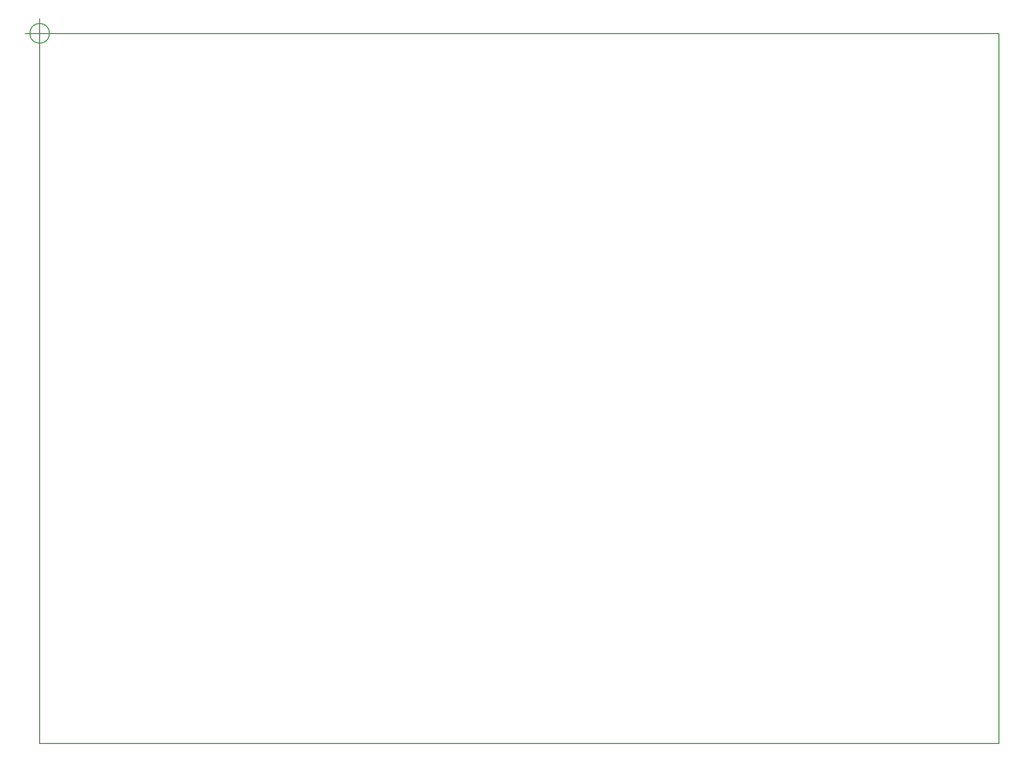
<source format=gbr>
G04 #@! TF.FileFunction,Profile,NP*
%FSLAX46Y46*%
G04 Gerber Fmt 4.6, Leading zero omitted, Abs format (unit mm)*
G04 Created by KiCad (PCBNEW 4.0.7) date 10/03/17 11:40:22*
%MOMM*%
%LPD*%
G01*
G04 APERTURE LIST*
%ADD10C,0.150000*%
G04 APERTURE END LIST*
D10*
X1666666Y0D02*
G75*
G03X1666666Y0I-1666666J0D01*
G01*
X-2500000Y0D02*
X2500000Y0D01*
X0Y2500000D02*
X0Y-2500000D01*
X1666666Y0D02*
G75*
G03X1666666Y0I-1666666J0D01*
G01*
X-2500000Y0D02*
X2500000Y0D01*
X0Y2500000D02*
X0Y-2500000D01*
X0Y0D02*
X162000000Y0D01*
X162000000Y0D02*
X162000000Y-120000000D01*
X0Y-120000000D02*
X162000000Y-120000000D01*
X0Y0D02*
X0Y-120000000D01*
M02*

</source>
